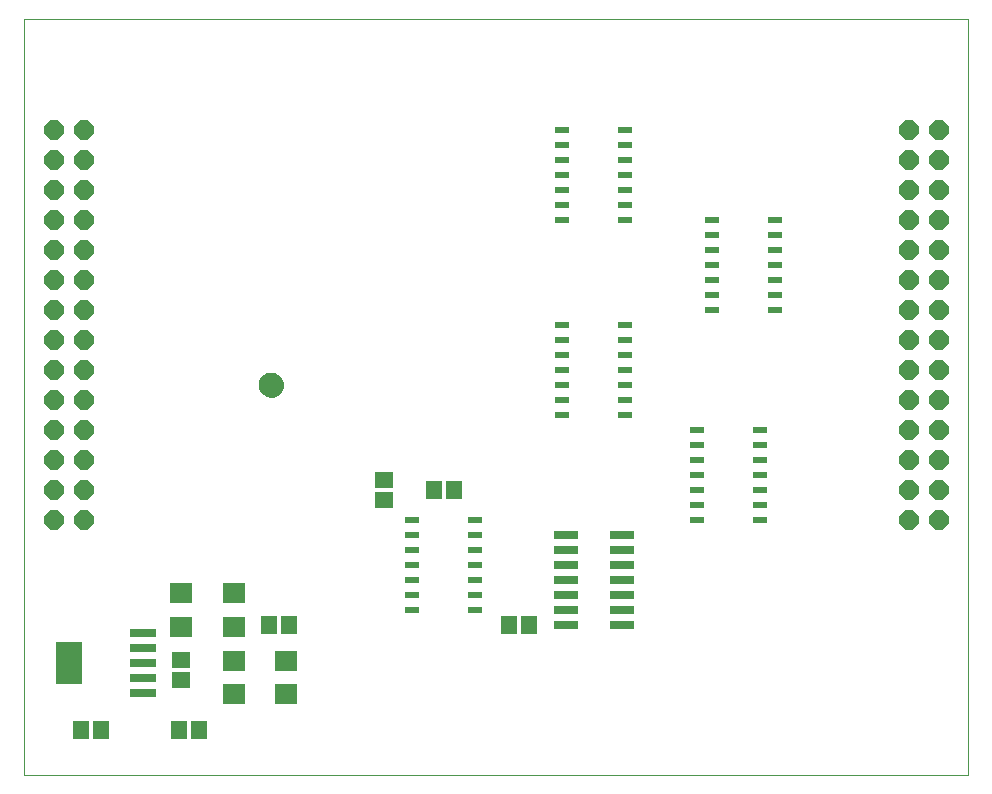
<source format=gts>
G75*
G70*
%OFA0B0*%
%FSLAX24Y24*%
%IPPOS*%
%LPD*%
%AMOC8*
5,1,8,0,0,1.08239X$1,22.5*
%
%ADD10C,0.0000*%
%ADD11C,0.0827*%
%ADD12OC8,0.0634*%
%ADD13R,0.0886X0.0257*%
%ADD14R,0.0886X0.1398*%
%ADD15R,0.0750X0.0670*%
%ADD16R,0.0552X0.0631*%
%ADD17R,0.0631X0.0552*%
%ADD18R,0.0512X0.0197*%
%ADD19R,0.0820X0.0260*%
D10*
X003296Y000101D02*
X003296Y025298D01*
X034788Y025298D01*
X034788Y000101D01*
X003296Y000101D01*
X011152Y013101D02*
X011154Y013140D01*
X011160Y013179D01*
X011170Y013217D01*
X011183Y013254D01*
X011200Y013289D01*
X011220Y013323D01*
X011244Y013354D01*
X011271Y013383D01*
X011300Y013409D01*
X011332Y013432D01*
X011366Y013452D01*
X011402Y013468D01*
X011439Y013480D01*
X011478Y013489D01*
X011517Y013494D01*
X011556Y013495D01*
X011595Y013492D01*
X011634Y013485D01*
X011671Y013474D01*
X011708Y013460D01*
X011743Y013442D01*
X011776Y013421D01*
X011807Y013396D01*
X011835Y013369D01*
X011860Y013339D01*
X011882Y013306D01*
X011901Y013272D01*
X011916Y013236D01*
X011928Y013198D01*
X011936Y013160D01*
X011940Y013121D01*
X011940Y013081D01*
X011936Y013042D01*
X011928Y013004D01*
X011916Y012966D01*
X011901Y012930D01*
X011882Y012896D01*
X011860Y012863D01*
X011835Y012833D01*
X011807Y012806D01*
X011776Y012781D01*
X011743Y012760D01*
X011708Y012742D01*
X011671Y012728D01*
X011634Y012717D01*
X011595Y012710D01*
X011556Y012707D01*
X011517Y012708D01*
X011478Y012713D01*
X011439Y012722D01*
X011402Y012734D01*
X011366Y012750D01*
X011332Y012770D01*
X011300Y012793D01*
X011271Y012819D01*
X011244Y012848D01*
X011220Y012879D01*
X011200Y012913D01*
X011183Y012948D01*
X011170Y012985D01*
X011160Y013023D01*
X011154Y013062D01*
X011152Y013101D01*
D11*
X011546Y013101D03*
D12*
X005296Y013601D03*
X004296Y013601D03*
X004296Y014601D03*
X005296Y014601D03*
X005296Y015601D03*
X004296Y015601D03*
X004296Y016601D03*
X005296Y016601D03*
X005296Y017601D03*
X004296Y017601D03*
X004296Y018601D03*
X005296Y018601D03*
X005296Y019601D03*
X004296Y019601D03*
X004296Y020601D03*
X005296Y020601D03*
X005296Y021601D03*
X004296Y021601D03*
X004296Y012601D03*
X005296Y012601D03*
X005296Y011601D03*
X004296Y011601D03*
X004296Y010601D03*
X005296Y010601D03*
X005296Y009601D03*
X004296Y009601D03*
X004296Y008601D03*
X005296Y008601D03*
X032796Y008601D03*
X033796Y008601D03*
X033796Y009601D03*
X032796Y009601D03*
X032796Y010601D03*
X033796Y010601D03*
X033796Y011601D03*
X032796Y011601D03*
X032796Y012601D03*
X033796Y012601D03*
X033796Y013601D03*
X032796Y013601D03*
X032796Y014601D03*
X033796Y014601D03*
X033796Y015601D03*
X032796Y015601D03*
X032796Y016601D03*
X033796Y016601D03*
X033796Y017601D03*
X032796Y017601D03*
X032796Y018601D03*
X033796Y018601D03*
X033796Y019601D03*
X032796Y019601D03*
X032796Y020601D03*
X033796Y020601D03*
X033796Y021601D03*
X032796Y021601D03*
D13*
X007266Y004851D03*
X007266Y004351D03*
X007266Y003851D03*
X007266Y003351D03*
X007266Y002851D03*
D14*
X004825Y003851D03*
D15*
X008546Y005041D03*
X008546Y006161D03*
X010296Y006161D03*
X010296Y005041D03*
X010296Y003911D03*
X010296Y002791D03*
X012046Y002791D03*
X012046Y003911D03*
D16*
X012130Y005101D03*
X011461Y005101D03*
X009130Y001601D03*
X008461Y001601D03*
X005880Y001601D03*
X005211Y001601D03*
X016961Y009601D03*
X017630Y009601D03*
X019461Y005101D03*
X020130Y005101D03*
D17*
X015296Y009266D03*
X015296Y009935D03*
X008546Y003935D03*
X008546Y003266D03*
D18*
X016252Y005601D03*
X016252Y006101D03*
X016252Y006601D03*
X016252Y007101D03*
X016252Y007601D03*
X016252Y008101D03*
X016252Y008601D03*
X018339Y008601D03*
X018339Y008101D03*
X018339Y007601D03*
X018339Y007101D03*
X018339Y006601D03*
X018339Y006101D03*
X018339Y005601D03*
X025752Y008601D03*
X025752Y009101D03*
X025752Y009601D03*
X025752Y010101D03*
X025752Y010601D03*
X025752Y011101D03*
X025752Y011601D03*
X027839Y011601D03*
X027839Y011101D03*
X027839Y010601D03*
X027839Y010101D03*
X027839Y009601D03*
X027839Y009101D03*
X027839Y008601D03*
X023339Y012101D03*
X023339Y012601D03*
X023339Y013101D03*
X023339Y013601D03*
X023339Y014101D03*
X023339Y014601D03*
X023339Y015101D03*
X021252Y015101D03*
X021252Y014601D03*
X021252Y014101D03*
X021252Y013601D03*
X021252Y013101D03*
X021252Y012601D03*
X021252Y012101D03*
X026252Y015601D03*
X026252Y016101D03*
X026252Y016601D03*
X026252Y017101D03*
X026252Y017601D03*
X026252Y018101D03*
X026252Y018601D03*
X028339Y018601D03*
X028339Y018101D03*
X028339Y017601D03*
X028339Y017101D03*
X028339Y016601D03*
X028339Y016101D03*
X028339Y015601D03*
X023339Y018601D03*
X023339Y019101D03*
X023339Y019601D03*
X023339Y020101D03*
X023339Y020601D03*
X023339Y021101D03*
X023339Y021601D03*
X021252Y021601D03*
X021252Y021101D03*
X021252Y020601D03*
X021252Y020101D03*
X021252Y019601D03*
X021252Y019101D03*
X021252Y018601D03*
D19*
X021366Y008101D03*
X021366Y007601D03*
X021366Y007101D03*
X021366Y006601D03*
X021366Y006101D03*
X021366Y005601D03*
X021366Y005101D03*
X023226Y005101D03*
X023226Y005601D03*
X023226Y006101D03*
X023226Y006601D03*
X023226Y007101D03*
X023226Y007601D03*
X023226Y008101D03*
M02*

</source>
